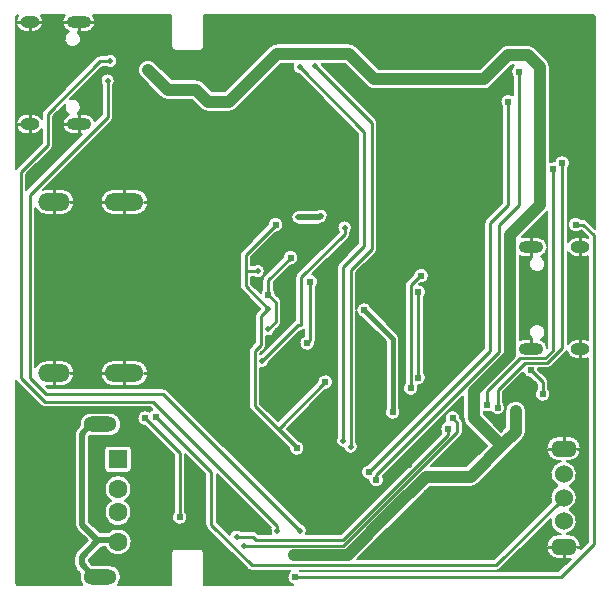
<source format=gbl>
G04 Layer: BottomLayer*
G04 EasyEDA Pro v2.2.27.1, 2024-09-30 12:04:34*
G04 Gerber Generator version 0.3*
G04 Scale: 100 percent, Rotated: No, Reflected: No*
G04 Dimensions in millimeters*
G04 Leading zeros omitted, absolute positions, 3 integers and 5 decimals*
%FSLAX35Y35*%
%MOMM*%
%ADD10C,0.2032*%
%ADD11C,0.254*%
%ADD12O,2.70002X1.5*%
%ADD13O,3.29997X1.5*%
%ADD14O,2.79999X1.3*%
%ADD15C,1.6*%
%ADD16R,1.6067X1.6*%
%ADD17R,1.6X1.6*%
%ADD18C,1.524*%
%ADD19O,2.2X1.4*%
%ADD20O,1.6X1.0*%
%ADD21O,2.1X1.0*%
%ADD22C,0.61*%
%ADD23C,0.508*%
%ADD24C,0.5*%
%ADD25C,0.58*%
%ADD26C,1.0*%
%ADD27C,0.4*%
G75*


G04 Copper Start*
G36*
G01X35687Y649873D02*
G01X35687Y2361935D01*
G03X42569Y2353268I41186J25638D01*
G01X245769Y2150068D01*
G03X280073Y2135859I34305J34305D01*
G01X1174378Y2135859D01*
G01X1192475Y2117762D01*
G03X1168522Y2099333I27399J-60389D01*
G03X1067996Y2065444I-37549J-54659D01*
G03X1128637Y1978400I62977J-20771D01*
G01X1374559Y1732478D01*
G01X1374559Y1251683D01*
G03X1423073Y1140159I48514J-45210D01*
G03X1471587Y1251683I0J66314D01*
G01X1471587Y1737050D01*
G01X1641259Y1567378D01*
G01X1641259Y1142973D01*
G03X1655469Y1108668I48514J0D01*
G01X1998369Y765768D01*
G03X2032673Y751559I34305J34305D01*
G01X2361231Y751559D01*
G03X2335480Y688073I39742J-53086D01*
G03X2379631Y635687I65493J10400D01*
G01X1628687Y635687D01*
G01X1628687Y903473D01*
G03X1592873Y939287I-35814J0D01*
G01X1387873Y939287D01*
G03X1352059Y903473I0J-35814D01*
G01X1352059Y635687D01*
G01X902811Y635687D01*
G03X826167Y801992I-76644J65491D01*
G01X681658Y801992D01*
G01X653127Y830524D01*
G01X653127Y843644D01*
G01X764642Y955159D01*
G01X792871Y955159D01*
G03X1014593Y972717I108308J41015D01*
G03X818027Y1076787I-113414J23457D01*
G01X749763Y1076787D01*
G01X658387Y1168163D01*
G01X658387Y1887384D01*
G01X662313Y1891311D01*
G03X676167Y1890354I13854J99857D01*
G01X826167Y1890354D01*
G03X826167Y2091982I0J100814D01*
G01X676167Y2091982D01*
G03X576310Y1977314I0J-100814D01*
G01X554571Y1955576D01*
G03X536759Y1912574I43002J-43002D01*
G01X536759Y1142973D01*
G03X554571Y1099971I60814J0D01*
G01X646009Y1008534D01*
G01X549311Y911836D01*
G03X531499Y868834I43002J-43002D01*
G01X531499Y805334D01*
G03X549311Y762332I60814J0D01*
G01X580050Y731592D01*
G03X599523Y635687I96117J-30414D01*
G01X49873Y635687D01*
G02X35687Y649873I0J14186D01*
G37*
%LPC*%
G36*
G01X1016993Y1776172D02*
G03X981179Y1811986I-35814J0D01*
G01X821179Y1811986D01*
G03X785365Y1776172I0J-35814D01*
G01X785365Y1616173D01*
G03X821179Y1580359I35814J0D01*
G01X981179Y1580359D01*
G03X1016993Y1616173I0J35814D01*
G01X1016993Y1776172D01*
G37*
G36*
G01X901179Y1130347D02*
G03X959599Y1346160I0J115814D01*
G03X901179Y1561974I-58420J100000D01*
G03X842759Y1346160I0J-115814D01*
G03X901179Y1130347I58420J-100000D01*
G37*
%LPD*%
G36*
G01X42569Y4161778D02*
G03X35687Y4153111I34305J-34305D01*
G01X35687Y5439873D01*
G02X49873Y5454059I14186J0D01*
G01X57632Y5454059D01*
G03X122324Y5311862I64692J-56383D01*
G01X182324Y5311862D01*
G03X247015Y5454059I0J85814D01*
G01X450615Y5454059D01*
G03X484675Y5317515I64692J-56383D01*
G03X511957Y5184063I32646J-62841D01*
G03X559087Y5311862I5364J70612D01*
G01X625306Y5311862D01*
G03X689998Y5454059I0J85814D01*
G01X1352059Y5454059D01*
G01X1352059Y5189873D01*
G03X1387873Y5154059I35814J0D01*
G01X1592873Y5154059D01*
G03X1628687Y5189873I0J35814D01*
G01X1628687Y5454059D01*
G01X4929873Y5454059D01*
G02X4944059Y5439873I0J-14186D01*
G01X4944059Y3646896D01*
G01X4873678Y3717278D01*
G03X4839373Y3731487I-34305J-34305D01*
G01X4821083Y3731487D01*
G03X4710087Y3691325I-45210J-48514D01*
G01X4710087Y4158463D01*
G03X4692512Y4262328I-48514J45210D01*
G03X4596866Y4218184I-30938J-58655D01*
G03X4556887Y4212757I-11493J-65311D01*
G01X4556887Y5016473D01*
G03X4531753Y5077153I-85814J0D01*
G01X4430153Y5178753D01*
G03X4369473Y5203887I-60680J-60680D01*
G01X4204373Y5203887D01*
G03X4143693Y5178753I0J-85814D01*
G01X3965628Y5000687D01*
G01X3107044Y5000687D01*
G01X2916278Y5191453D01*
G03X2855598Y5216587I-60680J-60680D01*
G01X2248573Y5216587D01*
G03X2187893Y5191453I0J-85814D01*
G01X1806628Y4810187D01*
G01X1699918Y4810187D01*
G01X1623453Y4886653D01*
G03X1562773Y4911787I-60680J-60680D01*
G01X1357018Y4911787D01*
G01X1217053Y5051753D01*
G03X1095693Y4930393I-60680J-60680D01*
G01X1260793Y4765293D01*
G03X1321473Y4740159I60680J60680D01*
G01X1527228Y4740159D01*
G01X1603693Y4663693D01*
G03X1664373Y4638559I60680J60680D01*
G01X1842173Y4638559D01*
G03X1902853Y4663693I0J85814D01*
G01X2284118Y5044959D01*
G01X2385343Y5044959D01*
G03X2384925Y4988792I53730J-28486D01*
G03X2430699Y4956239I54149J27682D01*
G01X2936659Y4450278D01*
G01X2936659Y3525268D01*
G01X2773069Y3361678D01*
G03X2758859Y3327373I34305J-34305D01*
G01X2758859Y1890844D01*
G03X2753731Y1825522I48514J-36671D01*
G03X2810873Y1793460I53642J28651D01*
G03X2894863Y1747491I60001J9913D01*
G03X2919387Y1840044I-23989J55882D01*
G01X2919387Y2950721D01*
G03X2971028Y2894285I65786J8352D01*
G01X3170659Y2694654D01*
G01X3170659Y2131283D01*
G03X3226473Y2029159I55814J-35810D01*
G03X3282287Y2131283I0J66314D01*
G01X3282287Y2717773D01*
G03X3265940Y2757240I-55814J0D01*
G01X3049961Y2973218D01*
G03X2982234Y3025322I-64788J-14145D01*
G03X2919387Y2967425I2939J-66249D01*
G01X2919387Y3281878D01*
G01X3082978Y3445468D01*
G03X3097187Y3479773I-34305J34305D01*
G01X3097187Y4546573D01*
G03X3082978Y4580878I-48514J0D01*
G01X2626308Y5037548D01*
G03X2624802Y5044959I-60235J-8375D01*
G01X2820053Y5044959D01*
G01X3010819Y4854193D01*
G03X3071498Y4829059I60680J60680D01*
G01X4001173Y4829059D01*
G03X4061853Y4854193I0J85814D01*
G01X4239918Y5032259D01*
G01X4254623Y5032259D01*
G03X4244759Y4933163I38650J-53886D01*
G01X4244759Y4776971D01*
G03X4155301Y4768976I-40386J-52598D01*
G03X4155859Y4679163I49072J-44603D01*
G01X4155859Y3868168D01*
G01X4017669Y3729978D01*
G03X4003459Y3695673I34305J-34305D01*
G01X4003459Y2636268D01*
G01X3020937Y1653746D01*
G03X2956959Y1587683I2336J-66273D01*
G03X3020516Y1521216I66314J-210D01*
G03X3103039Y1459685I66257J2757D01*
G03X3146368Y1553059I-16266J64288D01*
G01X3826459Y2233150D01*
G01X3826459Y2044673D01*
G03X3851593Y1983993I85814J0D01*
G01X4025864Y1809723D01*
G01X3851328Y1635187D01*
G01X3547328Y1635187D01*
G01X3806878Y1894737D01*
G03X3821087Y1929041I-34305J34305D01*
G01X3821087Y2006573D01*
G03X3806878Y2040878I-48514J0D01*
G01X3800746Y2047009D01*
G03X3719756Y2109333I-66273J-2336D01*
G03X3673717Y2018097I14717J-64660D01*
G03X3641431Y1918640I22656J-62324D01*
G01X2787278Y1064487D01*
G01X2493219Y1064487D01*
G03X2447448Y1152408I-54146J27686D01*
G01X1317678Y2282178D01*
G03X1283373Y2296387I-34305J-34305D01*
G01X312868Y2296387D01*
G01X295411Y2313844D01*
G03X299546Y2313767I4135J110737D01*
G01X419548Y2313767D01*
G03X419548Y2535395I0J110814D01*
G01X299546Y2535395D01*
G03X201587Y2476386I0J-110814D01*
G01X201587Y3822760D01*
G03X299546Y3763751I97959J51805D01*
G01X419548Y3763751D01*
G03X419548Y3985379I0J110814D01*
G01X299546Y3985379D01*
G03X264351Y3979641I0J-110814D01*
G01X847778Y4563068D01*
G03X861987Y4597373I-34305J34305D01*
G01X861987Y4865503D01*
G03X813473Y4962987I-48514J36671D01*
G03X764959Y4865503I0J-60814D01*
G01X764959Y4617468D01*
G01X707124Y4559633D01*
G03X625331Y4619484I-81792J-25963D01*
G01X559087Y4619484D01*
G03X580340Y4708974I-41765J57188D01*
G03X495278Y4743969I-63019J-32302D01*
G01X770068Y5018759D01*
G01X798263Y5018759D01*
G03X895748Y5067273I36671J48514D01*
G03X798263Y5115787I-60814J0D01*
G01X749973Y5115787D01*
G03X715669Y5101578I0J-48514D01*
G01X271169Y4657078D01*
G03X256959Y4622773I34305J-34305D01*
G01X256959Y4576021D01*
G03X182324Y4619484I-74635J-42351D01*
G01X122324Y4619484D01*
G03X122324Y4447856I0J-85814D01*
G01X182324Y4447856D01*
G03X256959Y4491319I0J85814D01*
G01X256959Y4376168D01*
G01X42569Y4161778D01*
G37*
%LPC*%
G36*
G01X1045557Y3985379D02*
G01X865560Y3985379D01*
G03X865560Y3763751I0J-110814D01*
G01X1045557Y3763751D01*
G03X1045557Y3985379I0J110814D01*
G37*
G36*
G01X1045557Y2535395D02*
G01X865560Y2535395D01*
G03X865560Y2313767I0J-110814D01*
G01X1045557Y2313767D01*
G03X1045557Y2535395I0J110814D01*
G37*
G36*
G01X2074569Y2942578D02*
G03X2060359Y2908273I34305J-34305D01*
G01X2060359Y2687068D01*
G01X2023769Y2650478D01*
G03X2009559Y2616173I34305J-34305D01*
G01X2009559Y2146273D01*
G03X2023769Y2111968I48514J0D01*
G01X2347400Y1788337D01*
G03X2455210Y1738979I66273J2336D01*
G03X2430225Y1854888I-41537J51694D01*
G01X2329611Y1955502D01*
G01X2657309Y2283200D01*
G03X2701864Y2396364I-2336J66273D01*
G03X2588700Y2351809I-46891J-46891D01*
G01X2254923Y2018032D01*
G01X2106587Y2166368D01*
G01X2106587Y2467922D01*
G03X2182274Y2519365I14986J59351D01*
G01X2446468Y2783559D01*
G01X2451773Y2783559D01*
G03X2479459Y2792235I0J48514D01*
G01X2479459Y2741829D01*
G03X2464449Y2625413I23114J-62155D01*
G03X2568884Y2678998I38124J54260D01*
G03X2576487Y2705073I-40911J26075D01*
G01X2576487Y3155163D01*
G03X2546077Y3264168I-48514J45210D01*
G01X2854378Y3572468D01*
G03X2868587Y3606773I-34305J34305D01*
G01X2868587Y3620243D01*
G03X2822449Y3718741I-48514J37330D01*
G03X2768810Y3624119I-2376J-61168D01*
G01X2417469Y3272778D01*
G03X2403259Y3238473I34305J-34305D01*
G01X2403259Y2874727D01*
G03X2392069Y2866378I23114J-42654D01*
G01X2113665Y2587974D01*
G03X2106587Y2586624I7908J-60701D01*
G01X2106587Y2596078D01*
G01X2143178Y2632668D01*
G03X2157387Y2666973I-34305J34305D01*
G01X2157387Y2737084D01*
G03X2232806Y2787597I15184J58888D01*
G01X2270178Y2824969D01*
G03X2284387Y2859274I-34305J34305D01*
G01X2284387Y3024575D01*
G03X2270178Y3058879I-48514J0D01*
G01X2238646Y3090411D01*
G03X2220887Y3133285I-66273J-2336D01*
G01X2220887Y3192978D01*
G01X2365209Y3337300D01*
G03X2409764Y3450464I-2336J66273D01*
G03X2296600Y3405909I-46891J-46891D01*
G01X2138069Y3247378D01*
G03X2123859Y3213073I34305J-34305D01*
G01X2123859Y3133285D01*
G03X2108152Y3104603I48514J-45210D01*
G01X2030387Y3182368D01*
G01X2030387Y3240759D01*
G01X2046803Y3240759D01*
G03X2144287Y3289273I36671J48514D01*
G03X2046803Y3337787I-60814J0D01*
G01X2030387Y3337787D01*
G01X2030387Y3408878D01*
G01X2238209Y3616700D01*
G03X2282764Y3729864I-2336J66273D01*
G03X2169600Y3685309I-46891J-46891D01*
G01X1947569Y3463278D01*
G03X1933359Y3428973I34305J-34305D01*
G01X1933359Y3162273D01*
G03X1947569Y3127968I48514J0D01*
G01X2103764Y2971773D01*
G01X2074569Y2942578D01*
G37*
G36*
G01X2428580Y3805480D02*
G03X2428580Y3683052I0J-61214D01*
G01X2601966Y3683052D01*
G03X2645251Y3700981I0J61214D01*
G01X2660158Y3715888D01*
G03X2576838Y3805480I-43285J43285D01*
G01X2428580Y3805480D01*
G37*
G36*
G01X3330359Y2343883D02*
G03X3365619Y2233697I48514J-45210D01*
G03X3441219Y2321269I13254J64976D01*
G03X3490887Y2432783I1154J66304D01*
G01X3490887Y3066263D01*
G03X3449871Y3177362I-48514J45210D01*
G01X3458080Y3185571D01*
G03X3523236Y3287525I9693J65602D01*
G03X3403752Y3268461I-55463J-36352D01*
G01X3344569Y3209278D01*
G03X3330359Y3174973I34305J-34305D01*
G01X3330359Y2343883D01*
G37*
%LPD*%
G36*
G01X353987Y4356073D02*
G01X353987Y4602678D01*
G01X450025Y4698716D01*
G03X484686Y4613825I67297J-22044D01*
G03X515332Y4447856I30646J-80155D01*
G01X595347Y4447856D01*
G01X125387Y3977896D01*
G01X125387Y4107378D01*
G01X339778Y4321768D01*
G03X353987Y4356073I-34305J34305D01*
G37*
G36*
G01X2193113Y1117124D02*
G03X2194427Y1064487I55460J-24951D01*
G01X2090868Y1064487D01*
G01X2079678Y1075678D01*
G03X2045373Y1089887I-34305J-34305D01*
G01X1942344Y1089887D01*
G03X1884870Y1098518I-36671J-48514D01*
G03X1846396Y1054959I20803J-57145D01*
G01X1738287Y1163068D01*
G01X1738287Y1571950D01*
G01X2193113Y1117124D01*
G37*
G36*
G01X4102773Y751559D02*
G03X4137078Y765768I0J48514D01*
G01X4564332Y1193023D01*
G03X4649311Y1062376I109941J-21449D01*
G01X4634273Y1062376D01*
G03X4634273Y850749I0J-105814D01*
G01X4714273Y850749D01*
G03X4734488Y852698I0J105814D01*
G01X4628778Y746987D01*
G01X2446183Y746987D01*
G03X2440715Y751559I-45210J-48514D01*
G01X4102773Y751559D01*
G37*
G36*
G01X4700362Y2612945D02*
G03X4784722Y2542856I84361J15725D01*
G01X4844722Y2542856D01*
G03X4879759Y2550334I0J85814D01*
G01X4879759Y997968D01*
G01X4818138Y936347D01*
G03X4714273Y1062376I-103865J20215D01*
G01X4699235Y1062376D01*
G03X4724743Y1271573I-24962J109197D01*
G03X4724743Y1471573I-50470J100000D01*
G03X4699235Y1680770I-50470J100000D01*
G01X4714273Y1680770D01*
G03X4714273Y1892398I0J105814D01*
G01X4634273Y1892398D01*
G03X4634273Y1680770I0J-105814D01*
G01X4649311Y1680770D01*
G03X4623804Y1471573I24962J-109197D01*
G03X4568577Y1334486I50470J-100000D01*
G01X4082678Y848587D01*
G01X2926446Y848587D01*
G01X3541418Y1463559D01*
G01X3886873Y1463559D01*
G03X3947553Y1488693I0J85814D01*
G01X4328553Y1869693D01*
G03X4353687Y1930373I-60680J60680D01*
G01X4353687Y2108173D01*
G03X4182059Y2108173I-85814J0D01*
G01X4182059Y1965918D01*
G01X4147223Y1931082D01*
G01X3998087Y2080218D01*
G01X3998087Y2099089D01*
G03X4057962Y2100558I28486J59884D01*
G03X4154843Y2080211I57511J33015D01*
G03X4163987Y2178783I-39370J53362D01*
G01X4163987Y2265878D01*
G01X4331078Y2432969D01*
G03X4392537Y2384800I63795J18104D01*
G01X4447959Y2329378D01*
G01X4447959Y2293083D01*
G03X4496473Y2181559I48514J-45210D01*
G03X4544987Y2293083I0J66314D01*
G01X4544987Y2349473D01*
G03X4530778Y2383778I-48514J0D01*
G01X4461146Y2453409D01*
G03X4459472Y2466059I-66273J-2336D01*
G01X4534063Y2466059D01*
G03X4568367Y2480268I0J48514D01*
G01X4695878Y2607779D01*
G03X4700362Y2612945I-34305J34305D01*
G37*
G36*
G01X4302887Y3416149D02*
G03X4341715Y3406862I38828J76527D01*
G01X4407959Y3406862D01*
G03X4455095Y3279063I41765J-57188D01*
G03X4482360Y3412521I-5370J70611D01*
G03X4536859Y3481980I-30646J80155D01*
G01X4536859Y2639567D01*
G03X4482371Y2708831I-85119J-10897D01*
G03X4455089Y2842284I-32646J62841D01*
G03X4407959Y2714484I-5364J-70612D01*
G01X4341740Y2714484D01*
G03X4302887Y2705184I0J-85814D01*
G01X4302887Y3416149D01*
G37*
G36*
G01X4531753Y3787393D02*
G03X4536859Y3792971I-60680J60680D01*
G01X4536859Y3503373D01*
G03X4451714Y3578490I-85145J-10697D01*
G01X4341715Y3578490D01*
G03X4320077Y3575717I0J-85814D01*
G01X4531753Y3787393D01*
G37*
G36*
G01X4710087Y3450325D02*
G03X4784722Y3406862I74635J42351D01*
G01X4844722Y3406862D01*
G03X4879759Y3414341I0J85814D01*
G01X4879759Y2707005D01*
G03X4844722Y2714484I-35037J-78336D01*
G01X4784722Y2714484D01*
G03X4710087Y2671021I0J-85814D01*
G01X4710087Y3450325D01*
G37*
G36*
G01X4879759Y3571012D02*
G03X4844722Y3578490I-35037J-78336D01*
G01X4784722Y3578490D01*
G03X4710087Y3535027I0J-85814D01*
G01X4710087Y3674621D01*
G03X4820140Y3633597I65786J8352D01*
G01X4879759Y3573978D01*
G01X4879759Y3571012D01*
G37*
G54D10*
G01X35687Y649873D02*
G01X35687Y2361935D01*
G03X42569Y2353268I41186J25638D01*
G01X245769Y2150068D01*
G03X280073Y2135859I34305J34305D01*
G01X1174378Y2135859D01*
G01X1192475Y2117762D01*
G03X1168522Y2099333I27399J-60389D01*
G03X1067996Y2065444I-37549J-54659D01*
G03X1128637Y1978400I62977J-20771D01*
G01X1374559Y1732478D01*
G01X1374559Y1251683D01*
G03X1423073Y1140159I48514J-45210D01*
G03X1471587Y1251683I0J66314D01*
G01X1471587Y1737050D01*
G01X1641259Y1567378D01*
G01X1641259Y1142973D01*
G03X1655469Y1108668I48514J0D01*
G01X1998369Y765768D01*
G03X2032673Y751559I34305J34305D01*
G01X2361231Y751559D01*
G03X2335480Y688073I39742J-53086D01*
G03X2379631Y635687I65493J10400D01*
G01X1628687Y635687D01*
G01X1628687Y903473D01*
G03X1592873Y939287I-35814J0D01*
G01X1387873Y939287D01*
G03X1352059Y903473I0J-35814D01*
G01X1352059Y635687D01*
G01X902811Y635687D01*
G03X826167Y801992I-76644J65491D01*
G01X681658Y801992D01*
G01X653127Y830524D01*
G01X653127Y843644D01*
G01X764642Y955159D01*
G01X792871Y955159D01*
G03X1014593Y972717I108308J41015D01*
G03X818027Y1076787I-113414J23457D01*
G01X749763Y1076787D01*
G01X658387Y1168163D01*
G01X658387Y1887384D01*
G01X662313Y1891311D01*
G03X676167Y1890354I13854J99857D01*
G01X826167Y1890354D01*
G03X826167Y2091982I0J100814D01*
G01X676167Y2091982D01*
G03X576310Y1977314I0J-100814D01*
G01X554571Y1955576D01*
G03X536759Y1912574I43002J-43002D01*
G01X536759Y1142973D01*
G03X554571Y1099971I60814J0D01*
G01X646009Y1008534D01*
G01X549311Y911836D01*
G03X531499Y868834I43002J-43002D01*
G01X531499Y805334D01*
G03X549311Y762332I60814J0D01*
G01X580050Y731592D01*
G03X599523Y635687I96117J-30414D01*
G01X49873Y635687D01*
G02X35687Y649873I0J14186D01*
G01X1016993Y1776172D02*
G03X981179Y1811986I-35814J0D01*
G01X821179Y1811986D01*
G03X785365Y1776172I0J-35814D01*
G01X785365Y1616173D01*
G03X821179Y1580359I35814J0D01*
G01X981179Y1580359D01*
G03X1016993Y1616173I0J35814D01*
G01X1016993Y1776172D01*
G01X901179Y1130347D02*
G03X959599Y1346160I0J115814D01*
G03X901179Y1561974I-58420J100000D01*
G03X842759Y1346160I0J-115814D01*
G03X901179Y1130347I58420J-100000D01*
G01X42569Y4161778D02*
G03X35687Y4153111I34305J-34305D01*
G01X35687Y5439873D01*
G02X49873Y5454059I14186J0D01*
G01X57632Y5454059D01*
G03X122324Y5311862I64692J-56383D01*
G01X182324Y5311862D01*
G03X247015Y5454059I0J85814D01*
G01X450615Y5454059D01*
G03X484675Y5317515I64692J-56383D01*
G03X511957Y5184063I32646J-62841D01*
G03X559087Y5311862I5364J70612D01*
G01X625306Y5311862D01*
G03X689998Y5454059I0J85814D01*
G01X1352059Y5454059D01*
G01X1352059Y5189873D01*
G03X1387873Y5154059I35814J0D01*
G01X1592873Y5154059D01*
G03X1628687Y5189873I0J35814D01*
G01X1628687Y5454059D01*
G01X4929873Y5454059D01*
G02X4944059Y5439873I0J-14186D01*
G01X4944059Y3646896D01*
G01X4873678Y3717278D01*
G03X4839373Y3731487I-34305J-34305D01*
G01X4821083Y3731487D01*
G03X4710087Y3691325I-45210J-48514D01*
G01X4710087Y4158463D01*
G03X4692512Y4262328I-48514J45210D01*
G03X4596866Y4218184I-30938J-58655D01*
G03X4556887Y4212757I-11493J-65311D01*
G01X4556887Y5016473D01*
G03X4531753Y5077153I-85814J0D01*
G01X4430153Y5178753D01*
G03X4369473Y5203887I-60680J-60680D01*
G01X4204373Y5203887D01*
G03X4143693Y5178753I0J-85814D01*
G01X3965628Y5000687D01*
G01X3107044Y5000687D01*
G01X2916278Y5191453D01*
G03X2855598Y5216587I-60680J-60680D01*
G01X2248573Y5216587D01*
G03X2187893Y5191453I0J-85814D01*
G01X1806628Y4810187D01*
G01X1699918Y4810187D01*
G01X1623453Y4886653D01*
G03X1562773Y4911787I-60680J-60680D01*
G01X1357018Y4911787D01*
G01X1217053Y5051753D01*
G03X1095693Y4930393I-60680J-60680D01*
G01X1260793Y4765293D01*
G03X1321473Y4740159I60680J60680D01*
G01X1527228Y4740159D01*
G01X1603693Y4663693D01*
G03X1664373Y4638559I60680J60680D01*
G01X1842173Y4638559D01*
G03X1902853Y4663693I0J85814D01*
G01X2284118Y5044959D01*
G01X2385343Y5044959D01*
G03X2384925Y4988792I53730J-28486D01*
G03X2430699Y4956239I54149J27682D01*
G01X2936659Y4450278D01*
G01X2936659Y3525268D01*
G01X2773069Y3361678D01*
G03X2758859Y3327373I34305J-34305D01*
G01X2758859Y1890844D01*
G03X2753731Y1825522I48514J-36671D01*
G03X2810873Y1793460I53642J28651D01*
G03X2894863Y1747491I60001J9913D01*
G03X2919387Y1840044I-23989J55882D01*
G01X2919387Y2950721D01*
G03X2971028Y2894285I65786J8352D01*
G01X3170659Y2694654D01*
G01X3170659Y2131283D01*
G03X3226473Y2029159I55814J-35810D01*
G03X3282287Y2131283I0J66314D01*
G01X3282287Y2717773D01*
G03X3265940Y2757240I-55814J0D01*
G01X3049961Y2973218D01*
G03X2982234Y3025322I-64788J-14145D01*
G03X2919387Y2967425I2939J-66249D01*
G01X2919387Y3281878D01*
G01X3082978Y3445468D01*
G03X3097187Y3479773I-34305J34305D01*
G01X3097187Y4546573D01*
G03X3082978Y4580878I-48514J0D01*
G01X2626308Y5037548D01*
G03X2624802Y5044959I-60235J-8375D01*
G01X2820053Y5044959D01*
G01X3010819Y4854193D01*
G03X3071498Y4829059I60680J60680D01*
G01X4001173Y4829059D01*
G03X4061853Y4854193I0J85814D01*
G01X4239918Y5032259D01*
G01X4254623Y5032259D01*
G03X4244759Y4933163I38650J-53886D01*
G01X4244759Y4776971D01*
G03X4155301Y4768976I-40386J-52598D01*
G03X4155859Y4679163I49072J-44603D01*
G01X4155859Y3868168D01*
G01X4017669Y3729978D01*
G03X4003459Y3695673I34305J-34305D01*
G01X4003459Y2636268D01*
G01X3020937Y1653746D01*
G03X2956959Y1587683I2336J-66273D01*
G03X3020516Y1521216I66314J-210D01*
G03X3103039Y1459685I66257J2757D01*
G03X3146368Y1553059I-16266J64288D01*
G01X3826459Y2233150D01*
G01X3826459Y2044673D01*
G03X3851593Y1983993I85814J0D01*
G01X4025864Y1809723D01*
G01X3851328Y1635187D01*
G01X3547328Y1635187D01*
G01X3806878Y1894737D01*
G03X3821087Y1929041I-34305J34305D01*
G01X3821087Y2006573D01*
G03X3806878Y2040878I-48514J0D01*
G01X3800746Y2047009D01*
G03X3719756Y2109333I-66273J-2336D01*
G03X3673717Y2018097I14717J-64660D01*
G03X3641431Y1918640I22656J-62324D01*
G01X2787278Y1064487D01*
G01X2493219Y1064487D01*
G03X2447448Y1152408I-54146J27686D01*
G01X1317678Y2282178D01*
G03X1283373Y2296387I-34305J-34305D01*
G01X312868Y2296387D01*
G01X295411Y2313844D01*
G03X299546Y2313767I4135J110737D01*
G01X419548Y2313767D01*
G03X419548Y2535395I0J110814D01*
G01X299546Y2535395D01*
G03X201587Y2476386I0J-110814D01*
G01X201587Y3822760D01*
G03X299546Y3763751I97959J51805D01*
G01X419548Y3763751D01*
G03X419548Y3985379I0J110814D01*
G01X299546Y3985379D01*
G03X264351Y3979641I0J-110814D01*
G01X847778Y4563068D01*
G03X861987Y4597373I-34305J34305D01*
G01X861987Y4865503D01*
G03X813473Y4962987I-48514J36671D01*
G03X764959Y4865503I0J-60814D01*
G01X764959Y4617468D01*
G01X707124Y4559633D01*
G03X625331Y4619484I-81792J-25963D01*
G01X559087Y4619484D01*
G03X580340Y4708974I-41765J57188D01*
G03X495278Y4743969I-63019J-32302D01*
G01X770068Y5018759D01*
G01X798263Y5018759D01*
G03X895748Y5067273I36671J48514D01*
G03X798263Y5115787I-60814J0D01*
G01X749973Y5115787D01*
G03X715669Y5101578I0J-48514D01*
G01X271169Y4657078D01*
G03X256959Y4622773I34305J-34305D01*
G01X256959Y4576021D01*
G03X182324Y4619484I-74635J-42351D01*
G01X122324Y4619484D01*
G03X122324Y4447856I0J-85814D01*
G01X182324Y4447856D01*
G03X256959Y4491319I0J85814D01*
G01X256959Y4376168D01*
G01X42569Y4161778D01*
G01X1045557Y3985379D02*
G01X865560Y3985379D01*
G03X865560Y3763751I0J-110814D01*
G01X1045557Y3763751D01*
G03X1045557Y3985379I0J110814D01*
G01X1045557Y2535395D02*
G01X865560Y2535395D01*
G03X865560Y2313767I0J-110814D01*
G01X1045557Y2313767D01*
G03X1045557Y2535395I0J110814D01*
G01X2074569Y2942578D02*
G03X2060359Y2908273I34305J-34305D01*
G01X2060359Y2687068D01*
G01X2023769Y2650478D01*
G03X2009559Y2616173I34305J-34305D01*
G01X2009559Y2146273D01*
G03X2023769Y2111968I48514J0D01*
G01X2347400Y1788337D01*
G03X2455210Y1738979I66273J2336D01*
G03X2430225Y1854888I-41537J51694D01*
G01X2329611Y1955502D01*
G01X2657309Y2283200D01*
G03X2701864Y2396364I-2336J66273D01*
G03X2588700Y2351809I-46891J-46891D01*
G01X2254923Y2018032D01*
G01X2106587Y2166368D01*
G01X2106587Y2467922D01*
G03X2182274Y2519365I14986J59351D01*
G01X2446468Y2783559D01*
G01X2451773Y2783559D01*
G03X2479459Y2792235I0J48514D01*
G01X2479459Y2741829D01*
G03X2464449Y2625413I23114J-62155D01*
G03X2568884Y2678998I38124J54260D01*
G03X2576487Y2705073I-40911J26075D01*
G01X2576487Y3155163D01*
G03X2546077Y3264168I-48514J45210D01*
G01X2854378Y3572468D01*
G03X2868587Y3606773I-34305J34305D01*
G01X2868587Y3620243D01*
G03X2822449Y3718741I-48514J37330D01*
G03X2768810Y3624119I-2376J-61168D01*
G01X2417469Y3272778D01*
G03X2403259Y3238473I34305J-34305D01*
G01X2403259Y2874727D01*
G03X2392069Y2866378I23114J-42654D01*
G01X2113665Y2587974D01*
G03X2106587Y2586624I7908J-60701D01*
G01X2106587Y2596078D01*
G01X2143178Y2632668D01*
G03X2157387Y2666973I-34305J34305D01*
G01X2157387Y2737084D01*
G03X2232806Y2787597I15184J58888D01*
G01X2270178Y2824969D01*
G03X2284387Y2859274I-34305J34305D01*
G01X2284387Y3024575D01*
G03X2270178Y3058879I-48514J0D01*
G01X2238646Y3090411D01*
G03X2220887Y3133285I-66273J-2336D01*
G01X2220887Y3192978D01*
G01X2365209Y3337300D01*
G03X2409764Y3450464I-2336J66273D01*
G03X2296600Y3405909I-46891J-46891D01*
G01X2138069Y3247378D01*
G03X2123859Y3213073I34305J-34305D01*
G01X2123859Y3133285D01*
G03X2108152Y3104603I48514J-45210D01*
G01X2030387Y3182368D01*
G01X2030387Y3240759D01*
G01X2046803Y3240759D01*
G03X2144287Y3289273I36671J48514D01*
G03X2046803Y3337787I-60814J0D01*
G01X2030387Y3337787D01*
G01X2030387Y3408878D01*
G01X2238209Y3616700D01*
G03X2282764Y3729864I-2336J66273D01*
G03X2169600Y3685309I-46891J-46891D01*
G01X1947569Y3463278D01*
G03X1933359Y3428973I34305J-34305D01*
G01X1933359Y3162273D01*
G03X1947569Y3127968I48514J0D01*
G01X2103764Y2971773D01*
G01X2074569Y2942578D01*
G01X2428580Y3805480D02*
G03X2428580Y3683052I0J-61214D01*
G01X2601966Y3683052D01*
G03X2645251Y3700981I0J61214D01*
G01X2660158Y3715888D01*
G03X2576838Y3805480I-43285J43285D01*
G01X2428580Y3805480D01*
G01X3330359Y2343883D02*
G03X3365619Y2233697I48514J-45210D01*
G03X3441219Y2321269I13254J64976D01*
G03X3490887Y2432783I1154J66304D01*
G01X3490887Y3066263D01*
G03X3449871Y3177362I-48514J45210D01*
G01X3458080Y3185571D01*
G03X3523236Y3287525I9693J65602D01*
G03X3403752Y3268461I-55463J-36352D01*
G01X3344569Y3209278D01*
G03X3330359Y3174973I34305J-34305D01*
G01X3330359Y2343883D01*
G01X353987Y4356073D02*
G01X353987Y4602678D01*
G01X450025Y4698716D01*
G03X484686Y4613825I67297J-22044D01*
G03X515332Y4447856I30646J-80155D01*
G01X595347Y4447856D01*
G01X125387Y3977896D01*
G01X125387Y4107378D01*
G01X339778Y4321768D01*
G03X353987Y4356073I-34305J34305D01*
G01X2193113Y1117124D02*
G03X2194427Y1064487I55460J-24951D01*
G01X2090868Y1064487D01*
G01X2079678Y1075678D01*
G03X2045373Y1089887I-34305J-34305D01*
G01X1942344Y1089887D01*
G03X1884870Y1098518I-36671J-48514D01*
G03X1846396Y1054959I20803J-57145D01*
G01X1738287Y1163068D01*
G01X1738287Y1571950D01*
G01X2193113Y1117124D01*
G01X4102773Y751559D02*
G03X4137078Y765768I0J48514D01*
G01X4564332Y1193023D01*
G03X4649311Y1062376I109941J-21449D01*
G01X4634273Y1062376D01*
G03X4634273Y850749I0J-105814D01*
G01X4714273Y850749D01*
G03X4734488Y852698I0J105814D01*
G01X4628778Y746987D01*
G01X2446183Y746987D01*
G03X2440715Y751559I-45210J-48514D01*
G01X4102773Y751559D01*
G01X4700362Y2612945D02*
G03X4784722Y2542856I84361J15725D01*
G01X4844722Y2542856D01*
G03X4879759Y2550334I0J85814D01*
G01X4879759Y997968D01*
G01X4818138Y936347D01*
G03X4714273Y1062376I-103865J20215D01*
G01X4699235Y1062376D01*
G03X4724743Y1271573I-24962J109197D01*
G03X4724743Y1471573I-50470J100000D01*
G03X4699235Y1680770I-50470J100000D01*
G01X4714273Y1680770D01*
G03X4714273Y1892398I0J105814D01*
G01X4634273Y1892398D01*
G03X4634273Y1680770I0J-105814D01*
G01X4649311Y1680770D01*
G03X4623804Y1471573I24962J-109197D01*
G03X4568577Y1334486I50470J-100000D01*
G01X4082678Y848587D01*
G01X2926446Y848587D01*
G01X3541418Y1463559D01*
G01X3886873Y1463559D01*
G03X3947553Y1488693I0J85814D01*
G01X4328553Y1869693D01*
G03X4353687Y1930373I-60680J60680D01*
G01X4353687Y2108173D01*
G03X4182059Y2108173I-85814J0D01*
G01X4182059Y1965918D01*
G01X4147223Y1931082D01*
G01X3998087Y2080218D01*
G01X3998087Y2099089D01*
G03X4057962Y2100558I28486J59884D01*
G03X4154843Y2080211I57511J33015D01*
G03X4163987Y2178783I-39370J53362D01*
G01X4163987Y2265878D01*
G01X4331078Y2432969D01*
G03X4392537Y2384800I63795J18104D01*
G01X4447959Y2329378D01*
G01X4447959Y2293083D01*
G03X4496473Y2181559I48514J-45210D01*
G03X4544987Y2293083I0J66314D01*
G01X4544987Y2349473D01*
G03X4530778Y2383778I-48514J0D01*
G01X4461146Y2453409D01*
G03X4459472Y2466059I-66273J-2336D01*
G01X4534063Y2466059D01*
G03X4568367Y2480268I0J48514D01*
G01X4695878Y2607779D01*
G03X4700362Y2612945I-34305J34305D01*
G01X4302887Y3416149D02*
G03X4341715Y3406862I38828J76527D01*
G01X4407959Y3406862D01*
G03X4455095Y3279063I41765J-57188D01*
G03X4482360Y3412521I-5370J70611D01*
G03X4536859Y3481980I-30646J80155D01*
G01X4536859Y2639567D01*
G03X4482371Y2708831I-85119J-10897D01*
G03X4455089Y2842284I-32646J62841D01*
G03X4407959Y2714484I-5364J-70612D01*
G01X4341740Y2714484D01*
G03X4302887Y2705184I0J-85814D01*
G01X4302887Y3416149D01*
G01X4531753Y3787393D02*
G03X4536859Y3792971I-60680J60680D01*
G01X4536859Y3503373D01*
G03X4451714Y3578490I-85145J-10697D01*
G01X4341715Y3578490D01*
G03X4320077Y3575717I0J-85814D01*
G01X4531753Y3787393D01*
G01X4710087Y3450325D02*
G03X4784722Y3406862I74635J42351D01*
G01X4844722Y3406862D01*
G03X4879759Y3414341I0J85814D01*
G01X4879759Y2707005D01*
G03X4844722Y2714484I-35037J-78336D01*
G01X4784722Y2714484D01*
G03X4710087Y2671021I0J-85814D01*
G01X4710087Y3450325D01*
G01X4879759Y3571012D02*
G03X4844722Y3578490I-35037J-78336D01*
G01X4784722Y3578490D01*
G03X4710087Y3535027I0J-85814D01*
G01X4710087Y3674621D01*
G03X4820140Y3633597I65786J8352D01*
G01X4879759Y3573978D01*
G01X4879759Y3571012D01*
G54D11*
G01X570332Y4583416D02*
G01X570332Y4609324D01*
G01X570332Y4483924D02*
G01X570332Y4458016D01*
G01X465586Y4533670D02*
G01X439678Y4533670D01*
G01X152324Y4583416D02*
G01X152324Y4609324D01*
G01X152324Y4483924D02*
G01X152324Y4458016D01*
G01X72578Y4533670D02*
G01X46670Y4533670D01*
G01X955558Y2499327D02*
G01X955558Y2525235D01*
G01X955558Y2349835D02*
G01X955558Y2323927D01*
G01X1120303Y2424581D02*
G01X1146211Y2424581D01*
G01X790814Y2424581D02*
G01X764906Y2424581D01*
G01X359547Y2499327D02*
G01X359547Y2525235D01*
G01X359547Y2349835D02*
G01X359547Y2323927D01*
G01X494294Y2424581D02*
G01X520202Y2424581D01*
G01X570306Y5347930D02*
G01X570306Y5322022D01*
G01X675052Y5397676D02*
G01X700960Y5397676D01*
G01X465560Y5397676D02*
G01X439652Y5397676D01*
G01X152324Y5347930D02*
G01X152324Y5322022D01*
G01X232070Y5397676D02*
G01X257978Y5397676D01*
G01X72578Y5397676D02*
G01X46670Y5397676D01*
G01X359547Y3949311D02*
G01X359547Y3975219D01*
G01X359547Y3799819D02*
G01X359547Y3773911D01*
G01X494294Y3874565D02*
G01X520202Y3874565D01*
G01X955558Y3949311D02*
G01X955558Y3975219D01*
G01X955558Y3799819D02*
G01X955558Y3773911D01*
G01X1120303Y3874565D02*
G01X1146211Y3874565D01*
G01X790814Y3874565D02*
G01X764906Y3874565D01*
G01X4396715Y3442930D02*
G01X4396715Y3417022D01*
G01X4396715Y3542422D02*
G01X4396715Y3568330D01*
G01X4396740Y2678416D02*
G01X4396740Y2704324D01*
G01X4674273Y886817D02*
G01X4674273Y860909D01*
G01X4564527Y956562D02*
G01X4538619Y956562D01*
G01X4784019Y956562D02*
G01X4809927Y956562D01*
G01X4674273Y1856330D02*
G01X4674273Y1882238D01*
G01X4564527Y1786584D02*
G01X4538619Y1786584D01*
G01X4784019Y1786584D02*
G01X4809927Y1786584D01*
G01X4814722Y2578924D02*
G01X4814722Y2553016D01*
G01X4814722Y2678416D02*
G01X4814722Y2704324D01*
G01X4814722Y3442930D02*
G01X4814722Y3417022D01*
G01X4814722Y3542422D02*
G01X4814722Y3568330D01*
G04 Copper End*

G04 Pad Start*
G54D12*
G01X359547Y2424581D03*
G01X359547Y3874565D03*
G54D13*
G01X955558Y2424581D03*
G01X955558Y3874565D03*
G54D14*
G01X751167Y701178D03*
G01X751167Y1991168D03*
G54D15*
G01X901179Y996174D03*
G01X901179Y1246161D03*
G01X901179Y1446160D03*
G54D17*
G01X901179Y1696172D03*
G54D18*
G01X4674273Y1171573D03*
G01X4674273Y1371573D03*
G01X4674273Y1571573D03*
G54D19*
G01X4674273Y1786584D03*
G01X4674273Y956562D03*
G54D20*
G01X152324Y5397676D03*
G01X152324Y4533670D03*
G54D21*
G01X570332Y4533670D03*
G01X570306Y5397676D03*
G54D20*
G01X4814722Y2628670D03*
G01X4814722Y3492676D03*
G54D21*
G01X4396715Y3492676D03*
G01X4396740Y2628670D03*
G04 Pad End*

G04 Via Start*
G54D22*
G01X3734473Y2044673D03*
G01X3696373Y1955773D03*
G01X2362873Y3403573D03*
G01X2172373Y3088075D03*
G01X2502573Y2679673D03*
G01X2527973Y3200373D03*
G01X2654973Y2349473D03*
G01X2413673Y1790673D03*
G01X2235873Y3682973D03*
G54D23*
G01X2820073Y3657573D03*
G01X2121573Y2527273D03*
G54D24*
G01X2083473Y3289273D03*
G01X2172373Y2971773D03*
G01X2172571Y2795972D03*
G01X2616873Y3759173D03*
G01X2428580Y3744266D03*
G54D22*
G01X341873Y2798472D03*
G01X341873Y3098472D03*
G01X341873Y3398472D03*
G01X341873Y3698472D03*
G01X341873Y4260372D03*
G01X394373Y4559273D03*
G01X341873Y4860372D03*
G01X341873Y5160372D03*
G01X641873Y2460373D03*
G01X641873Y2798472D03*
G01X641873Y3098472D03*
G01X641873Y3398472D03*
G01X641873Y4260372D03*
G01X941873Y3698472D03*
G01X967273Y4036572D03*
G01X940473Y4559273D03*
G01X1257973Y3682973D03*
G01X1334173Y4559273D03*
G01X1541872Y3698472D03*
G01X1841872Y3698472D03*
G01X1829473Y4571973D03*
G01X1511973Y4724373D03*
G01X2058073Y3962373D03*
G01X4841871Y2460373D03*
G54D24*
G01X1296073Y3276573D03*
G01X1410373Y3276573D03*
G01X1531096Y3276573D03*
G01X1651673Y3276573D03*
G01X1346873Y3695673D03*
G01X1448473Y3695673D03*
G01X1156373Y3670273D03*
G01X1042073Y3670273D03*
G01X889673Y3657573D03*
G01X940473Y2578073D03*
G01X1074730Y2578073D03*
G01X1208987Y2578073D03*
G01X1343244Y2578073D03*
G01X1477502Y2578073D03*
G01X1880273Y2578073D03*
G01X1994573Y2539973D03*
G01X2350173Y3235573D03*
G01X851573Y3479773D03*
G01X1943773Y3695673D03*
G01X2053306Y3695673D03*
G01X2146973Y3695673D03*
G01X1632269Y3695673D03*
G01X1702473Y3111473D03*
G01X1677073Y2793973D03*
G01X2312073Y3721073D03*
G01X1931073Y3949673D03*
G01X1611759Y2578073D03*
G01X1746016Y2578073D03*
G01X2426373Y1917673D03*
G01X2439073Y1092173D03*
G01X2248573Y1092173D03*
G01X2807373Y1854173D03*
G01X2870873Y1803373D03*
G01X1905673Y1041373D03*
G01X1969173Y965173D03*
G01X3505873Y1549373D03*
G01X2426373Y2514573D03*
G01X2439073Y5016473D03*
G01X2566073Y5029173D03*
G01X834934Y5067273D03*
G01X813473Y4902173D03*
G01X1156373Y4991073D03*
G01X2096173Y1854173D03*
G01X2718473Y2197073D03*
G54D22*
G01X1727873Y3695673D03*
G01X1638973Y4067428D03*
G01X1219873Y2057373D03*
G01X1130973Y2044673D03*
G01X1423073Y1206473D03*
G01X1232573Y1765273D03*
G01X1016673Y1981173D03*
G01X2182447Y1620272D03*
G01X3023273Y1587473D03*
G01X3086773Y1523973D03*
G01X4267873Y2108173D03*
G01X4204373Y4724373D03*
G01X4293273Y4978373D03*
G01X2400973Y698473D03*
G01X4775873Y3682973D03*
G01X4026573Y2158973D03*
G01X4115473Y2133573D03*
G01X4661573Y4203673D03*
G01X4585373Y4152873D03*
G01X4394873Y2451073D03*
G01X4496473Y2247873D03*
G01X2985173Y2959073D03*
G01X3442373Y2387573D03*
G01X3378873Y2298673D03*
G01X3442373Y3111473D03*
G01X3467773Y3251173D03*
G01X3071498Y4914873D03*
G01X3226473Y2095473D03*
G01X2388273Y888973D03*
G01X3302673Y4190973D03*
G01X3132515Y4442413D03*
G01X1943773Y5333973D03*
G01X2299373Y5029173D03*
G01X1370713Y4952973D03*
G01X3518573Y1409673D03*
G01X3074073Y2616173D03*
G01X3010573Y2120873D03*
G01X2934373Y1727173D03*
G01X775373Y850873D03*
G01X1157973Y1003306D03*
G01X1880273Y2158973D03*
G01X3505873Y1828773D03*
G54D25*
G01X3361873Y1650973D03*
G54D22*
G01X3404273Y3898873D03*
G01X3409873Y964996D03*
G01X4293273Y838173D03*
G01X4178973Y2231924D03*
G01X3099473Y952473D03*
G01X3569373Y5067273D03*
G01X3213773Y1257273D03*
G01X4471073Y3985368D03*
G01X1740573Y914373D03*
G01X2134273Y1079473D03*
G01X1880273Y1295373D03*
G01X1588173Y1358873D03*
G01X3848773Y901673D03*
G54D26*
G01X4763897Y3943350D03*
G01X4776597Y5245100D03*
G04 Via End*

G04 Track Start*
G54D11*
G01X1981873Y3428973D02*
G01X2235873Y3682973D01*
G01X2527973Y2705073D02*
G01X2527973Y3200373D01*
G01X2502573Y2679673D02*
G01X2527973Y2705073D01*
G01X2083473Y3289273D02*
G01X1984097Y3289273D01*
G01X1981873Y3287050D01*
G01X1981873Y3428973D01*
G01X1981873Y3287050D02*
G01X1981873Y3162273D01*
G01X2172373Y2971773D01*
G01X2172373Y3088075D02*
G01X2235873Y3024575D01*
G01X2235873Y2859274D02*
G01X2172571Y2795972D01*
G01X2235873Y3024575D02*
G01X2235873Y2859274D01*
G54D23*
G01X2616873Y3759173D02*
G01X2601966Y3744266D01*
G01X2428580Y3744266D01*
G54D11*
G01X2121573Y2527273D02*
G01X2426373Y2832073D01*
G01X2820073Y3606773D02*
G01X2451773Y3238473D01*
G01X2172373Y3213073D02*
G01X2172373Y3088075D01*
G01X2362873Y3403573D02*
G01X2172373Y3213073D01*
G01X2172373Y2971773D02*
G01X2108873Y2908273D01*
G01X2108873Y2666973D01*
G01X2058073Y2616173D01*
G01X2820073Y3657573D02*
G01X2820073Y3606773D01*
G01X2451773Y2844773D02*
G01X2451773Y3238473D01*
G01X2439073Y5016473D02*
G01X2985173Y4470373D01*
G01X2985173Y3505173D01*
G01X2058073Y2146273D02*
G01X2058073Y2616173D01*
G01X2808705Y965173D02*
G01X3772573Y1929041D01*
G01X1969173Y965173D02*
G01X2808705Y965173D01*
G01X2261002Y1955502D02*
G01X2654973Y2349473D01*
G01X2870873Y1803373D02*
G01X2870873Y3301973D01*
G01X3048673Y3479773D01*
G01X3048673Y4546573D02*
G01X3048673Y3479773D01*
G01X2566073Y5029173D02*
G01X3048673Y4546573D01*
G01X2807373Y3327373D02*
G01X2985173Y3505173D01*
G01X2807373Y1854173D02*
G01X2807373Y3327373D01*
G01X2413673Y1790673D02*
G01X2058073Y2146273D01*
G01X2413673Y1790673D02*
G01X2425831Y1790673D01*
G01X2261002Y1955502D01*
G01X280073Y2184373D02*
G01X76873Y2387573D01*
G01X813473Y4597373D02*
G01X813473Y4902173D01*
G01X153073Y2387573D02*
G01X153073Y3936973D01*
G01X292773Y2247873D02*
G01X153073Y2387573D01*
G01X153073Y3936973D02*
G01X813473Y4597373D01*
G01X76873Y2387573D02*
G01X76873Y4127473D01*
G01X305473Y4356073D01*
G01X305473Y4622773D01*
G01X749973Y5067273D01*
G01X813473Y5067273D01*
G01X2426373Y2832073D02*
G01X2451773Y2832073D01*
G01X1689773Y1587473D02*
G01X1219873Y2057373D01*
G01X2439073Y1092173D02*
G01X1283373Y2247873D01*
G01X292773Y2247873D01*
G01X3734473Y2044673D02*
G01X3772573Y2006573D01*
G01X3772573Y1929041D01*
G01X3023273Y1587473D02*
G01X4051973Y2616173D01*
G01X4293273Y3848073D02*
G01X4293273Y4978373D01*
G01X4204373Y4698973D02*
G01X4204373Y3848073D01*
G01X4051973Y3695673D01*
G01X4051973Y2616173D02*
G01X4051973Y3695673D01*
G01X1905673Y1041373D02*
G01X2045373Y1041373D01*
G01X2070773Y1015973D01*
G01X1689773Y1142973D02*
G01X1689773Y1587473D01*
G01X4648873Y698473D02*
G01X2400973Y698473D01*
G01X4928273Y977873D02*
G01X4648873Y698473D01*
G01X4585373Y2616173D02*
G01X4585373Y4152873D01*
G01X4026573Y2158973D02*
G01X4026573Y2273273D01*
G01X4661573Y4203673D02*
G01X4661573Y2642084D01*
G01X4115473Y2133573D02*
G01X4115473Y2285973D01*
G01X4026573Y2273273D02*
G01X4304030Y2550730D01*
G01X4519930Y2550730D01*
G01X4585373Y2616173D01*
G01X4661573Y2642084D02*
G01X4534063Y2514573D01*
G01X4344073Y2514573D01*
G01X4115473Y2285973D02*
G01X4344073Y2514573D01*
G01X4394873Y2451073D02*
G01X4496473Y2349473D01*
G01X4496473Y2247873D01*
G01X4775873Y3682973D02*
G01X4839373Y3682973D01*
G01X4928273Y3594073D01*
G01X4928273Y977873D01*
G54D26*
G01X3505873Y1549373D02*
G01X3886873Y1549373D01*
G54D11*
G01X2070773Y1015973D02*
G01X2807373Y1015973D01*
G01X3696373Y1904973D01*
G01X3696373Y1955773D01*
G01X3442373Y3111473D02*
G01X3442373Y2387573D01*
G01X3467773Y3251173D02*
G01X3455073Y3251173D01*
G01X3378873Y3174973D01*
G01X3378873Y2298673D01*
G54D26*
G01X4001173Y4914873D02*
G01X3071498Y4914873D01*
G01X4204373Y5118073D02*
G01X4001173Y4914873D01*
G01X4369473Y5118073D02*
G01X4204373Y5118073D01*
G01X4471073Y5016473D02*
G01X4369473Y5118073D01*
G01X4169562Y1832062D02*
G01X4124884Y1832062D01*
G01X4267873Y1930373D02*
G01X4169562Y1832062D01*
G01X3886873Y1549373D02*
G01X4169562Y1832062D01*
G54D27*
G01X2985173Y2959073D02*
G01X3226473Y2717773D01*
G01X3226473Y2095473D01*
G54D11*
G01X1130973Y2044673D02*
G01X1423073Y1752573D01*
G01X1423073Y1206473D01*
G01X2248573Y1092173D02*
G01X2248573Y1130273D01*
G01X1194473Y2184373D01*
G01X280073Y2184373D01*
G54D26*
G01X4217073Y3594073D02*
G01X4471073Y3848073D01*
G54D11*
G01X4128173Y3682973D02*
G01X4293273Y3848073D01*
G54D26*
G01X4267873Y2108173D02*
G01X4267873Y1930373D01*
G01X1664373Y4724373D02*
G01X1562773Y4825973D01*
G01X1842173Y4724373D02*
G01X1664373Y4724373D01*
G01X1562773Y4825973D02*
G01X1321473Y4825973D01*
G01X1156373Y4991073D01*
G01X3071498Y4914873D02*
G01X2855598Y5130773D01*
G01X2248573Y5130773D01*
G01X1842173Y4724373D01*
G54D11*
G01X3086773Y1523973D02*
G01X3086773Y1562073D01*
G01X4128173Y2603473D01*
G01X4128173Y3682973D01*
G54D26*
G01X4217073Y2578073D02*
G01X4217073Y3594073D01*
G01X4124884Y1832062D02*
G01X3912273Y2044673D01*
G01X3912273Y2273273D01*
G01X4217073Y2578073D01*
G54D11*
G01X4674273Y1371573D02*
G01X4102773Y800073D01*
G01X2032673Y800073D01*
G01X1689773Y1142973D01*
G54D26*
G01X2845473Y888973D02*
G01X2388273Y888973D01*
G01X3213773Y1257273D02*
G01X2845473Y888973D01*
G01X3213773Y1257273D02*
G01X3505873Y1549373D01*
G01X4471073Y3848073D02*
G01X4471073Y3985368D01*
G01X4471073Y5016473D01*
G54D24*
G01X751167Y1991168D02*
G01X676167Y1991168D01*
G01X724573Y1015973D02*
G01X881380Y1015973D01*
G01X901179Y996174D01*
G01X592313Y868834D02*
G01X724573Y1001094D01*
G01X724573Y1015973D01*
G01X751167Y701178D02*
G01X696468Y701178D01*
G01X592313Y805334D01*
G01X592313Y868834D01*
G01X676167Y1991168D02*
G01X597573Y1912574D01*
G01X597573Y1142973D01*
G01X724573Y1015973D01*
G04 Track End*

M02*


</source>
